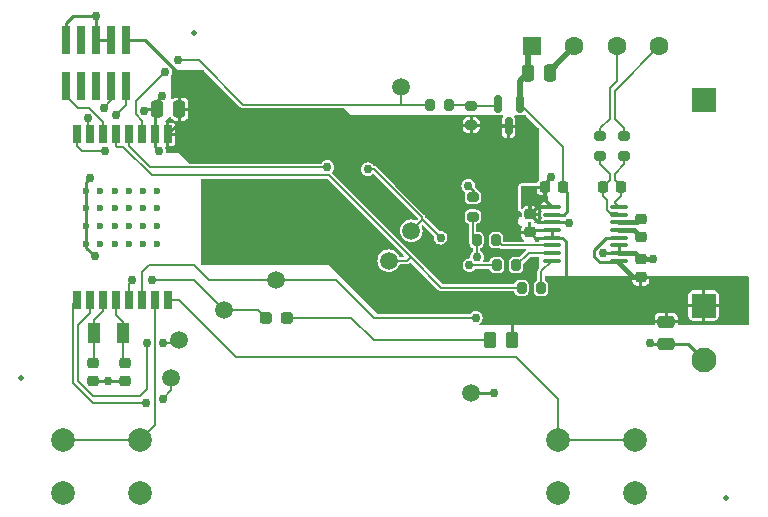
<source format=gtl>
%TF.GenerationSoftware,KiCad,Pcbnew,7.0.5+dfsg-2*%
%TF.CreationDate,2023-08-29T10:22:53-04:00*%
%TF.ProjectId,proto1_0,70726f74-6f31-45f3-902e-6b696361645f,rev?*%
%TF.SameCoordinates,Original*%
%TF.FileFunction,Copper,L1,Top*%
%TF.FilePolarity,Positive*%
%FSLAX46Y46*%
G04 Gerber Fmt 4.6, Leading zero omitted, Abs format (unit mm)*
G04 Created by KiCad (PCBNEW 7.0.5+dfsg-2) date 2023-08-29 10:22:53*
%MOMM*%
%LPD*%
G01*
G04 APERTURE LIST*
G04 Aperture macros list*
%AMRoundRect*
0 Rectangle with rounded corners*
0 $1 Rounding radius*
0 $2 $3 $4 $5 $6 $7 $8 $9 X,Y pos of 4 corners*
0 Add a 4 corners polygon primitive as box body*
4,1,4,$2,$3,$4,$5,$6,$7,$8,$9,$2,$3,0*
0 Add four circle primitives for the rounded corners*
1,1,$1+$1,$2,$3*
1,1,$1+$1,$4,$5*
1,1,$1+$1,$6,$7*
1,1,$1+$1,$8,$9*
0 Add four rect primitives between the rounded corners*
20,1,$1+$1,$2,$3,$4,$5,0*
20,1,$1+$1,$4,$5,$6,$7,0*
20,1,$1+$1,$6,$7,$8,$9,0*
20,1,$1+$1,$8,$9,$2,$3,0*%
G04 Aperture macros list end*
%TA.AperFunction,SMDPad,CuDef*%
%ADD10C,0.500000*%
%TD*%
%TA.AperFunction,SMDPad,CuDef*%
%ADD11R,1.000000X1.800000*%
%TD*%
%TA.AperFunction,SMDPad,CuDef*%
%ADD12C,0.599440*%
%TD*%
%TA.AperFunction,SMDPad,CuDef*%
%ADD13R,0.698500X1.498600*%
%TD*%
%TA.AperFunction,SMDPad,CuDef*%
%ADD14RoundRect,0.250000X0.250000X0.475000X-0.250000X0.475000X-0.250000X-0.475000X0.250000X-0.475000X0*%
%TD*%
%TA.AperFunction,SMDPad,CuDef*%
%ADD15C,1.500000*%
%TD*%
%TA.AperFunction,SMDPad,CuDef*%
%ADD16RoundRect,0.237500X-0.287500X-0.237500X0.287500X-0.237500X0.287500X0.237500X-0.287500X0.237500X0*%
%TD*%
%TA.AperFunction,SMDPad,CuDef*%
%ADD17R,0.740000X2.400000*%
%TD*%
%TA.AperFunction,SMDPad,CuDef*%
%ADD18RoundRect,0.150000X-0.150000X0.587500X-0.150000X-0.587500X0.150000X-0.587500X0.150000X0.587500X0*%
%TD*%
%TA.AperFunction,SMDPad,CuDef*%
%ADD19RoundRect,0.200000X0.200000X0.275000X-0.200000X0.275000X-0.200000X-0.275000X0.200000X-0.275000X0*%
%TD*%
%TA.AperFunction,SMDPad,CuDef*%
%ADD20RoundRect,0.225000X-0.225000X-0.250000X0.225000X-0.250000X0.225000X0.250000X-0.225000X0.250000X0*%
%TD*%
%TA.AperFunction,SMDPad,CuDef*%
%ADD21RoundRect,0.200000X0.275000X-0.200000X0.275000X0.200000X-0.275000X0.200000X-0.275000X-0.200000X0*%
%TD*%
%TA.AperFunction,SMDPad,CuDef*%
%ADD22RoundRect,0.200000X-0.200000X-0.275000X0.200000X-0.275000X0.200000X0.275000X-0.200000X0.275000X0*%
%TD*%
%TA.AperFunction,ComponentPad*%
%ADD23RoundRect,0.250001X-0.799999X0.799999X-0.799999X-0.799999X0.799999X-0.799999X0.799999X0.799999X0*%
%TD*%
%TA.AperFunction,ComponentPad*%
%ADD24C,2.100000*%
%TD*%
%TA.AperFunction,SMDPad,CuDef*%
%ADD25RoundRect,0.250000X0.262500X0.450000X-0.262500X0.450000X-0.262500X-0.450000X0.262500X-0.450000X0*%
%TD*%
%TA.AperFunction,SMDPad,CuDef*%
%ADD26RoundRect,0.100000X0.637500X0.100000X-0.637500X0.100000X-0.637500X-0.100000X0.637500X-0.100000X0*%
%TD*%
%TA.AperFunction,SMDPad,CuDef*%
%ADD27RoundRect,0.225000X0.250000X-0.225000X0.250000X0.225000X-0.250000X0.225000X-0.250000X-0.225000X0*%
%TD*%
%TA.AperFunction,SMDPad,CuDef*%
%ADD28RoundRect,0.225000X0.225000X0.250000X-0.225000X0.250000X-0.225000X-0.250000X0.225000X-0.250000X0*%
%TD*%
%TA.AperFunction,ComponentPad*%
%ADD29RoundRect,0.250001X-0.799999X-0.799999X0.799999X-0.799999X0.799999X0.799999X-0.799999X0.799999X0*%
%TD*%
%TA.AperFunction,SMDPad,CuDef*%
%ADD30RoundRect,0.225000X-0.250000X0.225000X-0.250000X-0.225000X0.250000X-0.225000X0.250000X0.225000X0*%
%TD*%
%TA.AperFunction,SMDPad,CuDef*%
%ADD31RoundRect,0.200000X-0.275000X0.200000X-0.275000X-0.200000X0.275000X-0.200000X0.275000X0.200000X0*%
%TD*%
%TA.AperFunction,SMDPad,CuDef*%
%ADD32RoundRect,0.250000X-0.475000X0.250000X-0.475000X-0.250000X0.475000X-0.250000X0.475000X0.250000X0*%
%TD*%
%TA.AperFunction,SMDPad,CuDef*%
%ADD33RoundRect,0.250000X-0.250000X-0.475000X0.250000X-0.475000X0.250000X0.475000X-0.250000X0.475000X0*%
%TD*%
%TA.AperFunction,ComponentPad*%
%ADD34RoundRect,0.250000X-0.550000X-0.550000X0.550000X-0.550000X0.550000X0.550000X-0.550000X0.550000X0*%
%TD*%
%TA.AperFunction,ComponentPad*%
%ADD35C,1.600000*%
%TD*%
%TA.AperFunction,ComponentPad*%
%ADD36C,2.000000*%
%TD*%
%TA.AperFunction,ViaPad*%
%ADD37C,0.762000*%
%TD*%
%TA.AperFunction,Conductor*%
%ADD38C,0.203200*%
%TD*%
%TA.AperFunction,Conductor*%
%ADD39C,0.254000*%
%TD*%
%TA.AperFunction,Conductor*%
%ADD40C,0.381000*%
%TD*%
%TA.AperFunction,Conductor*%
%ADD41C,0.508000*%
%TD*%
%TA.AperFunction,Conductor*%
%ADD42C,0.200000*%
%TD*%
G04 APERTURE END LIST*
D10*
%TO.P,FID3,*%
%TO.N,*%
X78740000Y-81915000D03*
%TD*%
%TO.P,FID2,*%
%TO.N,*%
X138430000Y-92075000D03*
%TD*%
%TO.P,FID1,*%
%TO.N,*%
X93345000Y-52705000D03*
%TD*%
D11*
%TO.P,Y1,1,1*%
%TO.N,Net-(U1-P0.00{slash}XL1)*%
X84876000Y-78105000D03*
%TO.P,Y1,2,2*%
%TO.N,Net-(U1-P0.01{slash}XL2)*%
X87376000Y-78105000D03*
%TD*%
D12*
%TO.P,U1,D5,P0.11*%
%TO.N,unconnected-(U1-P0.11-PadD5)*%
X90238580Y-66062860D03*
%TO.P,U1,D4,P0.14*%
%TO.N,unconnected-(U1-P0.14-PadD4)*%
X89039700Y-66062860D03*
%TO.P,U1,D3,P0.16*%
%TO.N,unconnected-(U1-P0.16-PadD3)*%
X87838280Y-66062860D03*
%TO.P,U1,D2,P0.19*%
%TO.N,unconnected-(U1-P0.19-PadD2)*%
X86639400Y-66062860D03*
%TO.P,U1,D1,P0.23*%
%TO.N,unconnected-(U1-P0.23-PadD1)*%
X85437980Y-66062860D03*
%TO.P,U1,D0,VSS2*%
%TO.N,GND*%
X84239100Y-66062860D03*
%TO.P,U1,C5,P0.12*%
%TO.N,unconnected-(U1-P0.12-PadC5)*%
X90238580Y-67561460D03*
%TO.P,U1,C4,P0.15*%
%TO.N,unconnected-(U1-P0.15-PadC4)*%
X89039700Y-67561460D03*
%TO.P,U1,C3,P0.17*%
%TO.N,unconnected-(U1-P0.17-PadC3)*%
X87838280Y-67561460D03*
%TO.P,U1,C2,P0.22*%
%TO.N,unconnected-(U1-P0.22-PadC2)*%
X86639400Y-67561460D03*
%TO.P,U1,C1,P0.24*%
%TO.N,unconnected-(U1-P0.24-PadC1)*%
X85437980Y-67561460D03*
%TO.P,U1,C0,VSS2*%
%TO.N,GND*%
X84239100Y-67561460D03*
%TO.P,U1,B5,P0.08*%
%TO.N,unconnected-(U1-P0.08-PadB5)*%
X90238580Y-69062600D03*
%TO.P,U1,B4,P0.06*%
%TO.N,unconnected-(U1-P0.06-PadB4)*%
X89039700Y-69062600D03*
%TO.P,U1,B3,P0.31*%
%TO.N,unconnected-(U1-P0.31-PadB3)*%
X87838280Y-69062600D03*
%TO.P,U1,B2,P0.30*%
%TO.N,unconnected-(U1-P0.30-PadB2)*%
X86639400Y-69062600D03*
%TO.P,U1,B1,P0.25*%
%TO.N,unconnected-(U1-P0.25-PadB1)*%
X85437980Y-69062600D03*
%TO.P,U1,B0,VSS2*%
%TO.N,GND*%
X84239100Y-69062600D03*
%TO.P,U1,A5,P0.07*%
%TO.N,unconnected-(U1-P0.07-PadA5)*%
X90238580Y-70561200D03*
%TO.P,U1,A4,P0.05*%
%TO.N,unconnected-(U1-P0.05-PadA4)*%
X89039700Y-70561200D03*
%TO.P,U1,A3,P0.04*%
%TO.N,unconnected-(U1-P0.04-PadA3)*%
X87838280Y-70561200D03*
%TO.P,U1,A2,P0.29*%
%TO.N,unconnected-(U1-P0.29-PadA2)*%
X86639400Y-70561200D03*
%TO.P,U1,A1,P0.28*%
%TO.N,unconnected-(U1-P0.28-PadA1)*%
X85437980Y-70561200D03*
%TO.P,U1,A0,VSS1*%
%TO.N,GND*%
X84239100Y-70561200D03*
D13*
%TO.P,U1,16,SWDIO*%
%TO.N,/SWDIO*%
X83439000Y-61313060D03*
%TO.P,U1,15,SWDCLK*%
%TO.N,/SWDCLK*%
X84538820Y-61313060D03*
%TO.P,U1,14,RESET*%
%TO.N,/RESET*%
X85638640Y-61313060D03*
%TO.P,U1,13,P0.20*%
%TO.N,/ADC_DATA*%
X86738460Y-61313060D03*
%TO.P,U1,12,P0.18*%
%TO.N,/ADC_CLK*%
X87838280Y-61313060D03*
%TO.P,U1,11,P0.13*%
%TO.N,/~{VDDA_ON}*%
X88938100Y-61313060D03*
%TO.P,U1,10,GND*%
%TO.N,GND*%
X90037920Y-61313060D03*
%TO.P,U1,9,VDD*%
%TO.N,VCC*%
X91137740Y-61313060D03*
%TO.P,U1,8,P0.10*%
%TO.N,/SW2*%
X91137740Y-75311000D03*
%TO.P,U1,7,P0.09*%
%TO.N,/SW1*%
X90037920Y-75311000D03*
%TO.P,U1,6,P0.03*%
%TO.N,/~{PWDN}*%
X88938100Y-75311000D03*
%TO.P,U1,5,P0.02*%
%TO.N,/DEBUG3*%
X87838280Y-75311000D03*
%TO.P,U1,4,P0.01/XL2*%
%TO.N,Net-(U1-P0.01{slash}XL2)*%
X86738460Y-75311000D03*
%TO.P,U1,3,P0.00/XL1*%
%TO.N,Net-(U1-P0.00{slash}XL1)*%
X85638640Y-75311000D03*
%TO.P,U1,2,P0.27*%
%TO.N,/DEBUG2*%
X84538820Y-75311000D03*
%TO.P,U1,1,P0.26*%
%TO.N,/DEBUG1*%
X83439000Y-75311000D03*
%TD*%
D14*
%TO.P,C10,1*%
%TO.N,VCC*%
X92136000Y-59182000D03*
%TO.P,C10,2*%
%TO.N,GND*%
X90236000Y-59182000D03*
%TD*%
D15*
%TO.P,TP7,1,1*%
%TO.N,/~{VDDA_ON}*%
X110871000Y-57277000D03*
%TD*%
D16*
%TO.P,D1,1,K*%
%TO.N,/DEBUG3*%
X99455000Y-76835000D03*
%TO.P,D1,2,A*%
%TO.N,Net-(D1-A)*%
X101205000Y-76835000D03*
%TD*%
D17*
%TO.P,J2,1,VTref*%
%TO.N,VCC*%
X87630000Y-53295000D03*
%TO.P,J2,2,SWDIO/TMS*%
%TO.N,/SWDIO*%
X87630000Y-57195000D03*
%TO.P,J2,3,GND*%
%TO.N,GND*%
X86360000Y-53295000D03*
%TO.P,J2,4,SWDCLK/TCK*%
%TO.N,/SWDCLK*%
X86360000Y-57195000D03*
%TO.P,J2,5,GND*%
%TO.N,GND*%
X85090000Y-53295000D03*
%TO.P,J2,6,SWO/TDO*%
%TO.N,unconnected-(J2-SWO{slash}TDO-Pad6)*%
X85090000Y-57195000D03*
%TO.P,J2,7,KEY*%
%TO.N,unconnected-(J2-KEY-Pad7)*%
X83820000Y-53295000D03*
%TO.P,J2,8,NC/TDI*%
%TO.N,unconnected-(J2-NC{slash}TDI-Pad8)*%
X83820000Y-57195000D03*
%TO.P,J2,9,GNDDetect*%
%TO.N,GND*%
X82550000Y-53295000D03*
%TO.P,J2,10,~{RESET}*%
%TO.N,/RESET*%
X82550000Y-57195000D03*
%TD*%
D18*
%TO.P,Q1,1,D*%
%TO.N,/E+*%
X120965000Y-58752500D03*
%TO.P,Q1,2,G*%
%TO.N,Net-(Q1-G)*%
X119065000Y-58752500D03*
%TO.P,Q1,3,S*%
%TO.N,VCC*%
X120015000Y-60627500D03*
%TD*%
D19*
%TO.P,R6,2*%
%TO.N,/ADC_CLK*%
X119000000Y-72390000D03*
%TO.P,R6,1*%
%TO.N,Net-(U2-SCLK)*%
X120650000Y-72390000D03*
%TD*%
D20*
%TO.P,C3,1*%
%TO.N,/A+*%
X128003000Y-65786000D03*
%TO.P,C3,2*%
%TO.N,/A-*%
X129553000Y-65786000D03*
%TD*%
D15*
%TO.P,TP2,1,1*%
%TO.N,/DEBUG2*%
X92075000Y-78740000D03*
%TD*%
D21*
%TO.P,R3,1*%
%TO.N,/~{PWDN}*%
X116967000Y-68262000D03*
%TO.P,R3,2*%
%TO.N,GND*%
X116967000Y-66612000D03*
%TD*%
D22*
%TO.P,R7,1*%
%TO.N,/~{VDDA_ON}*%
X113348000Y-58801000D03*
%TO.P,R7,2*%
%TO.N,Net-(Q1-G)*%
X114998000Y-58801000D03*
%TD*%
D21*
%TO.P,R9,1*%
%TO.N,VCC*%
X116840000Y-60515000D03*
%TO.P,R9,2*%
%TO.N,Net-(Q1-G)*%
X116840000Y-58865000D03*
%TD*%
D23*
%TO.P,BT1,1,+*%
%TO.N,VCC*%
X136525000Y-75805000D03*
D24*
%TO.P,BT1,2,-*%
%TO.N,GND*%
X136525000Y-80405000D03*
%TD*%
D25*
%TO.P,R8,1*%
%TO.N,VCC*%
X120292500Y-78740000D03*
%TO.P,R8,2*%
%TO.N,Net-(D1-A)*%
X118467500Y-78740000D03*
%TD*%
D26*
%TO.P,U2,1,DVDD*%
%TO.N,VCC*%
X129367500Y-71998000D03*
%TO.P,U2,2,DGND*%
%TO.N,GND*%
X129367500Y-71348000D03*
%TO.P,U2,3,CLKIN/XTAL1*%
X129367500Y-70698000D03*
%TO.P,U2,4,GAIN*%
%TO.N,VCC*%
X129367500Y-70048000D03*
%TO.P,U2,5,CAP*%
%TO.N,Net-(C6-Pad1)*%
X129367500Y-69398000D03*
%TO.P,U2,6,CAP*%
%TO.N,Net-(C6-Pad2)*%
X129367500Y-68748000D03*
%TO.P,U2,7,AINP*%
%TO.N,/A+*%
X129367500Y-68098000D03*
%TO.P,U2,8,AINN*%
%TO.N,/A-*%
X129367500Y-67448000D03*
%TO.P,U2,9,REFN*%
%TO.N,GND*%
X123642500Y-67448000D03*
%TO.P,U2,10,REFP*%
%TO.N,/E+*%
X123642500Y-68098000D03*
%TO.P,U2,11,AGND*%
%TO.N,GND*%
X123642500Y-68748000D03*
%TO.P,U2,12,AVDD*%
%TO.N,VCC*%
X123642500Y-69398000D03*
%TO.P,U2,13,SPEED*%
X123642500Y-70048000D03*
%TO.P,U2,14,~{PWDN}*%
%TO.N,Net-(U2-~{PWDN})*%
X123642500Y-70698000D03*
%TO.P,U2,15,SCLK*%
%TO.N,Net-(U2-SCLK)*%
X123642500Y-71348000D03*
%TO.P,U2,16,~{DRDY}/DOUT*%
%TO.N,Net-(U2-~{DRDY}{slash}DOUT)*%
X123642500Y-71998000D03*
%TD*%
D15*
%TO.P,TP6,1,1*%
%TO.N,/ADC_CLK*%
X111760000Y-69469000D03*
%TD*%
D27*
%TO.P,C5,1*%
%TO.N,VCC*%
X131191000Y-73419000D03*
%TO.P,C5,2*%
%TO.N,GND*%
X131191000Y-71869000D03*
%TD*%
%TO.P,C4,1*%
%TO.N,VCC*%
X121793000Y-69609000D03*
%TO.P,C4,2*%
%TO.N,GND*%
X121793000Y-68059000D03*
%TD*%
D15*
%TO.P,TP8,1,1*%
%TO.N,GND*%
X116840000Y-83185000D03*
%TD*%
D28*
%TO.P,C7,1*%
%TO.N,/E+*%
X124600000Y-65786000D03*
%TO.P,C7,2*%
%TO.N,GND*%
X123050000Y-65786000D03*
%TD*%
D19*
%TO.P,R4,2*%
%TO.N,/~{PWDN}*%
X117285000Y-70231000D03*
%TO.P,R4,1*%
%TO.N,Net-(U2-~{PWDN})*%
X118935000Y-70231000D03*
%TD*%
D29*
%TO.P,J3,1,Pin_1*%
%TO.N,GND*%
X136525000Y-58420000D03*
%TD*%
D30*
%TO.P,C1,1*%
%TO.N,Net-(U1-P0.00{slash}XL1)*%
X84836000Y-80645000D03*
%TO.P,C1,2*%
%TO.N,GND*%
X84836000Y-82195000D03*
%TD*%
%TO.P,C2,1*%
%TO.N,Net-(U1-P0.01{slash}XL2)*%
X87503000Y-80632000D03*
%TO.P,C2,2*%
%TO.N,GND*%
X87503000Y-82182000D03*
%TD*%
D15*
%TO.P,TP4,1,1*%
%TO.N,/~{PWDN}*%
X100330000Y-73660000D03*
%TD*%
D31*
%TO.P,R1,2*%
%TO.N,/A-*%
X129794000Y-63119000D03*
%TO.P,R1,1*%
%TO.N,/Aout-*%
X129794000Y-61469000D03*
%TD*%
D15*
%TO.P,TP3,1,1*%
%TO.N,/DEBUG3*%
X95885000Y-76200000D03*
%TD*%
D27*
%TO.P,C6,1*%
%TO.N,Net-(C6-Pad1)*%
X131191000Y-69990000D03*
%TO.P,C6,2*%
%TO.N,Net-(C6-Pad2)*%
X131191000Y-68440000D03*
%TD*%
D32*
%TO.P,C9,1*%
%TO.N,VCC*%
X133350000Y-77155000D03*
%TO.P,C9,2*%
%TO.N,GND*%
X133350000Y-79055000D03*
%TD*%
D31*
%TO.P,R2,1*%
%TO.N,/Aout+*%
X127762000Y-61469000D03*
%TO.P,R2,2*%
%TO.N,/A+*%
X127762000Y-63119000D03*
%TD*%
D15*
%TO.P,TP5,1,1*%
%TO.N,/ADC_DATA*%
X109855000Y-72009000D03*
%TD*%
D33*
%TO.P,C8,1*%
%TO.N,/E+*%
X121605000Y-56134000D03*
%TO.P,C8,2*%
%TO.N,GND*%
X123505000Y-56134000D03*
%TD*%
D15*
%TO.P,TP1,1,1*%
%TO.N,/DEBUG1*%
X91440000Y-81915000D03*
%TD*%
D19*
%TO.P,R5,1*%
%TO.N,Net-(U2-~{DRDY}{slash}DOUT)*%
X122745000Y-74295000D03*
%TO.P,R5,2*%
%TO.N,/ADC_DATA*%
X121095000Y-74295000D03*
%TD*%
D34*
%TO.P,J1,1,Pin_1*%
%TO.N,/E+*%
X121959000Y-53848000D03*
D35*
%TO.P,J1,2,Pin_2*%
%TO.N,GND*%
X125559000Y-53848000D03*
%TO.P,J1,3,Pin_3*%
%TO.N,/Aout+*%
X129159000Y-53848000D03*
%TO.P,J1,4,Pin_4*%
%TO.N,/Aout-*%
X132759000Y-53848000D03*
%TD*%
D36*
%TO.P,SW1,1,1*%
%TO.N,/SW1*%
X88771800Y-87158000D03*
X82271800Y-87158000D03*
%TO.P,SW1,2,2*%
%TO.N,GND*%
X88771800Y-91658000D03*
X82271800Y-91658000D03*
%TD*%
%TO.P,SW2,1,1*%
%TO.N,/SW2*%
X130707200Y-87158000D03*
X124207200Y-87158000D03*
%TO.P,SW2,2,2*%
%TO.N,GND*%
X130707200Y-91658000D03*
X124207200Y-91658000D03*
%TD*%
D37*
%TO.N,/ADC_CLK*%
X114236500Y-70040500D03*
X116691451Y-72390000D03*
%TO.N,GND*%
X131953000Y-78994000D03*
%TO.N,VCC*%
X101727000Y-65659000D03*
X100711000Y-65659000D03*
X98425000Y-65659000D03*
X98552000Y-63246000D03*
X101727000Y-63246000D03*
X100711000Y-63246000D03*
X99568000Y-63246000D03*
X99568000Y-65659000D03*
%TO.N,/ADC_CLK*%
X104648000Y-64084700D03*
X108077000Y-64262000D03*
%TO.N,/~{PWDN}*%
X117221000Y-76835000D03*
X117325951Y-71704700D03*
%TO.N,/~{VDDA_ON}*%
X92041962Y-55024038D03*
X90901538Y-56037462D03*
%TO.N,/DEBUG1*%
X89281000Y-84074000D03*
X90723220Y-83693000D03*
%TO.N,/DEBUG2*%
X89352620Y-78994000D03*
X90723220Y-78994000D03*
%TO.N,/DEBUG3*%
X89789000Y-73660000D03*
X88138000Y-73660000D03*
%TO.N,GND*%
X118745000Y-83185000D03*
X85090000Y-51308000D03*
X89154000Y-59309000D03*
X86106000Y-82169000D03*
%TO.N,/SWDIO*%
X85852000Y-62738000D03*
X86741000Y-59690000D03*
%TO.N,/SWDCLK*%
X84351419Y-59920581D03*
X85725000Y-59055000D03*
%TO.N,GND*%
X116586000Y-65659000D03*
X123571000Y-64897000D03*
X132207000Y-71869000D03*
X90678000Y-58039000D03*
X90424000Y-62738000D03*
X84963000Y-71628000D03*
X84582000Y-65024000D03*
X128016000Y-71374000D03*
X125095000Y-68834000D03*
X122047000Y-66802000D03*
%TD*%
D38*
%TO.N,/ADC_CLK*%
X114236500Y-70040500D02*
X112649000Y-68453000D01*
X116713000Y-72390000D02*
X116691451Y-72390000D01*
X112649000Y-68580000D02*
X112649000Y-68453000D01*
X112649000Y-68453000D02*
X112649000Y-68326000D01*
D39*
%TO.N,VCC*%
X123642500Y-70048000D02*
X122232000Y-70048000D01*
X122232000Y-70048000D02*
X121793000Y-69609000D01*
X124841000Y-70358000D02*
X124841000Y-73660000D01*
X123642500Y-70048000D02*
X124531000Y-70048000D01*
X124531000Y-70048000D02*
X124841000Y-70358000D01*
%TO.N,GND*%
X121793000Y-68059000D02*
X121793000Y-67056000D01*
%TO.N,VCC*%
X123642500Y-69398000D02*
X122004000Y-69398000D01*
X122004000Y-69398000D02*
X121793000Y-69609000D01*
%TO.N,GND*%
X123642500Y-68748000D02*
X122482000Y-68748000D01*
X121793000Y-67056000D02*
X122047000Y-66802000D01*
X122482000Y-68748000D02*
X121793000Y-68059000D01*
X122428000Y-67448000D02*
X122404000Y-67448000D01*
X122404000Y-67448000D02*
X121793000Y-68059000D01*
D40*
X132207000Y-71869000D02*
X131191000Y-71869000D01*
%TO.N,VCC*%
X129367500Y-72217500D02*
X130569000Y-73419000D01*
X130569000Y-73419000D02*
X131191000Y-73419000D01*
%TO.N,GND*%
X131191000Y-71869000D02*
X130670000Y-71348000D01*
X130670000Y-71348000D02*
X129367500Y-71348000D01*
%TO.N,Net-(C6-Pad1)*%
X130599000Y-69398000D02*
X129367500Y-69398000D01*
X131191000Y-69990000D02*
X130599000Y-69398000D01*
%TO.N,Net-(C6-Pad2)*%
X131191000Y-68440000D02*
X130883000Y-68748000D01*
X130883000Y-68748000D02*
X129367500Y-68748000D01*
D39*
%TO.N,GND*%
X123505000Y-56134000D02*
X123505000Y-55902000D01*
D41*
X123505000Y-55902000D02*
X125559000Y-53848000D01*
D39*
X133350000Y-79055000D02*
X135175000Y-79055000D01*
X135175000Y-79055000D02*
X136525000Y-80405000D01*
X132014000Y-79055000D02*
X131953000Y-78994000D01*
X133350000Y-79055000D02*
X132014000Y-79055000D01*
%TO.N,VCC*%
X120292500Y-77319500D02*
X120396000Y-77216000D01*
X120292500Y-78740000D02*
X120292500Y-77319500D01*
D38*
%TO.N,Net-(D1-A)*%
X108585000Y-78740000D02*
X106680000Y-76835000D01*
X118467500Y-78740000D02*
X108585000Y-78740000D01*
X106680000Y-76835000D02*
X101205000Y-76835000D01*
%TO.N,/ADC_CLK*%
X111760000Y-69469000D02*
X112649000Y-68580000D01*
X108648500Y-64325500D02*
X112649000Y-68326000D01*
%TO.N,/~{PWDN}*%
X117221000Y-76835000D02*
X108585000Y-76835000D01*
X108585000Y-76835000D02*
X105410000Y-73660000D01*
X105410000Y-73660000D02*
X100330000Y-73660000D01*
X89535000Y-72390000D02*
X93345000Y-72390000D01*
X88938100Y-75311000D02*
X88938100Y-72986900D01*
X88938100Y-72986900D02*
X89535000Y-72390000D01*
X93345000Y-72390000D02*
X94615000Y-73660000D01*
X94615000Y-73660000D02*
X100330000Y-73660000D01*
%TO.N,/~{VDDA_ON}*%
X97536000Y-58801000D02*
X110871000Y-58801000D01*
X110871000Y-58801000D02*
X113348000Y-58801000D01*
X110871000Y-57277000D02*
X110871000Y-58801000D01*
%TO.N,Net-(U1-P0.01{slash}XL2)*%
X87376000Y-78105000D02*
X87376000Y-77216000D01*
X87376000Y-77216000D02*
X86738460Y-76578460D01*
X86738460Y-76578460D02*
X86738460Y-75311000D01*
%TO.N,Net-(U1-P0.00{slash}XL1)*%
X84876000Y-78105000D02*
X84876000Y-77049000D01*
X84876000Y-77049000D02*
X85638640Y-76286360D01*
X85638640Y-76286360D02*
X85638640Y-75311000D01*
D39*
%TO.N,/E+*%
X124688000Y-68098000D02*
X123642500Y-68098000D01*
X124968000Y-66154000D02*
X124968000Y-67818000D01*
X124968000Y-67818000D02*
X124688000Y-68098000D01*
D38*
%TO.N,/ADC_CLK*%
X87838280Y-62265560D02*
X89049860Y-63477140D01*
X108585000Y-64262000D02*
X108648500Y-64325500D01*
X104648000Y-64084700D02*
X89657420Y-64084700D01*
X108585000Y-64262000D02*
X108077000Y-64262000D01*
X89657420Y-64084700D02*
X89049860Y-63477140D01*
%TO.N,/~{PWDN}*%
X116967000Y-68262000D02*
X116967000Y-69913000D01*
X116967000Y-69913000D02*
X117285000Y-70231000D01*
X117285000Y-70231000D02*
X117285000Y-71663749D01*
X117285000Y-71663749D02*
X117325951Y-71704700D01*
%TO.N,/~{VDDA_ON}*%
X88417400Y-58521600D02*
X90901538Y-56037462D01*
X88938100Y-61313060D02*
X88938100Y-60134810D01*
X88938100Y-60134810D02*
X88417400Y-59614110D01*
X88417400Y-59614110D02*
X88417400Y-58521600D01*
X92041962Y-55024038D02*
X93759038Y-55024038D01*
X93759038Y-55024038D02*
X97536000Y-58801000D01*
%TO.N,/DEBUG1*%
X83159600Y-82389428D02*
X83159600Y-75590400D01*
X91440000Y-81915000D02*
X91440000Y-82976220D01*
X91440000Y-82976220D02*
X90723220Y-83693000D01*
X84844172Y-84074000D02*
X83159600Y-82389428D01*
X89281000Y-84074000D02*
X84844172Y-84074000D01*
X83159600Y-75590400D02*
X83439000Y-75311000D01*
%TO.N,/DEBUG2*%
X89352620Y-82859380D02*
X89352620Y-78994000D01*
X84538820Y-76432580D02*
X83566000Y-77405400D01*
X88773000Y-83439000D02*
X89352620Y-82859380D01*
X83566000Y-77405400D02*
X83566000Y-81026000D01*
X84538820Y-75311000D02*
X84538820Y-76432580D01*
X83566000Y-81026000D02*
X83566000Y-82221092D01*
X83566000Y-82221092D02*
X84783908Y-83439000D01*
X84783908Y-83439000D02*
X88773000Y-83439000D01*
X90723220Y-78994000D02*
X91821000Y-78994000D01*
X91821000Y-78994000D02*
X92075000Y-78740000D01*
%TO.N,/DEBUG3*%
X95885000Y-76200000D02*
X98820000Y-76200000D01*
X98820000Y-76200000D02*
X99455000Y-76835000D01*
X87838280Y-75311000D02*
X87838280Y-73959720D01*
X93345000Y-73660000D02*
X95885000Y-76200000D01*
X87838280Y-73959720D02*
X88138000Y-73660000D01*
X89789000Y-73660000D02*
X93345000Y-73660000D01*
D39*
%TO.N,GND*%
X116840000Y-83185000D02*
X118745000Y-83185000D01*
%TO.N,VCC*%
X87630000Y-53295000D02*
X89236000Y-53295000D01*
X89236000Y-53295000D02*
X92136000Y-56195000D01*
X92136000Y-56195000D02*
X92136000Y-59182000D01*
%TO.N,GND*%
X85090000Y-51308000D02*
X83083000Y-51308000D01*
X83083000Y-51308000D02*
X82550000Y-51841000D01*
X82550000Y-51841000D02*
X82550000Y-53295000D01*
X85090000Y-53295000D02*
X85090000Y-51308000D01*
X85090000Y-53295000D02*
X86360000Y-53295000D01*
X89281000Y-59182000D02*
X89154000Y-59309000D01*
X90236000Y-59182000D02*
X89281000Y-59182000D01*
X86106000Y-82169000D02*
X87490000Y-82169000D01*
X87490000Y-82169000D02*
X87503000Y-82182000D01*
X86080000Y-82195000D02*
X86106000Y-82169000D01*
X84836000Y-82195000D02*
X86080000Y-82195000D01*
D38*
%TO.N,Net-(U1-P0.01{slash}XL2)*%
X87503000Y-80632000D02*
X87376000Y-80505000D01*
X87376000Y-80505000D02*
X87376000Y-78105000D01*
%TO.N,Net-(U1-P0.00{slash}XL1)*%
X84876000Y-78105000D02*
X84876000Y-80605000D01*
X84876000Y-80605000D02*
X84836000Y-80645000D01*
%TO.N,/SW2*%
X124207200Y-87158000D02*
X124207200Y-83694200D01*
X96901000Y-80137000D02*
X92075000Y-75311000D01*
X124207200Y-83694200D02*
X120650000Y-80137000D01*
X92075000Y-75311000D02*
X91137740Y-75311000D01*
X120650000Y-80137000D02*
X96901000Y-80137000D01*
%TO.N,/SW1*%
X88771800Y-87158000D02*
X90037920Y-85891880D01*
X90037920Y-85891880D02*
X90037920Y-75311000D01*
%TO.N,/SWDIO*%
X87630000Y-57195000D02*
X87630000Y-58801000D01*
X87630000Y-58801000D02*
X86741000Y-59690000D01*
X83911440Y-62738000D02*
X83439000Y-62265560D01*
X85852000Y-62738000D02*
X83911440Y-62738000D01*
X83439000Y-62265560D02*
X83439000Y-61313060D01*
%TO.N,/SWDCLK*%
X86360000Y-57195000D02*
X86360000Y-58420000D01*
X86360000Y-58420000D02*
X85725000Y-59055000D01*
X84351419Y-59920581D02*
X84351419Y-61125659D01*
X84351419Y-61125659D02*
X84538820Y-61313060D01*
%TO.N,/RESET*%
X83580000Y-59055000D02*
X84455000Y-59055000D01*
X82550000Y-58025000D02*
X83580000Y-59055000D01*
X82550000Y-57195000D02*
X82550000Y-58025000D01*
X84455000Y-59055000D02*
X85638640Y-60238640D01*
X85638640Y-60238640D02*
X85638640Y-61313060D01*
%TO.N,/ADC_DATA*%
X111696500Y-71691500D02*
X104775000Y-64770000D01*
X104775000Y-64770000D02*
X89767984Y-64770000D01*
X89767984Y-64770000D02*
X87376000Y-62378016D01*
X87376000Y-62378016D02*
X86850916Y-62378016D01*
X86850916Y-62378016D02*
X86738460Y-62265560D01*
X86738460Y-62265560D02*
X86738460Y-61313060D01*
X111696500Y-71691500D02*
X114300000Y-74295000D01*
X109855000Y-72009000D02*
X111379000Y-72009000D01*
X111379000Y-72009000D02*
X111696500Y-71691500D01*
X114300000Y-74295000D02*
X121095000Y-74295000D01*
%TO.N,/ADC_CLK*%
X87838280Y-61313060D02*
X87838280Y-62265560D01*
X116713000Y-72390000D02*
X119000000Y-72390000D01*
D39*
%TO.N,GND*%
X116967000Y-66040000D02*
X116586000Y-65659000D01*
X116967000Y-66612000D02*
X116967000Y-66040000D01*
X123050000Y-65418000D02*
X123571000Y-64897000D01*
X123050000Y-65786000D02*
X123050000Y-65418000D01*
%TO.N,VCC*%
X129367500Y-70048000D02*
X128264369Y-70048000D01*
X128264369Y-70048000D02*
X127254000Y-71058369D01*
X127254000Y-71689631D02*
X127700369Y-72136000D01*
X127254000Y-71058369D02*
X127254000Y-71689631D01*
X127700369Y-72136000D02*
X129229500Y-72136000D01*
X129229500Y-72136000D02*
X129367500Y-71998000D01*
D38*
%TO.N,Net-(Q1-G)*%
X114998000Y-58801000D02*
X116776000Y-58801000D01*
X116776000Y-58801000D02*
X116840000Y-58865000D01*
D39*
%TO.N,GND*%
X90236000Y-58481000D02*
X90678000Y-58039000D01*
X90236000Y-59182000D02*
X90236000Y-58481000D01*
X90037920Y-62351920D02*
X90424000Y-62738000D01*
X90037920Y-61313060D02*
X90037920Y-62351920D01*
%TO.N,VCC*%
X91137740Y-61313060D02*
X91137740Y-61262260D01*
X91137740Y-61262260D02*
X92136000Y-60264000D01*
X92136000Y-60264000D02*
X92136000Y-59182000D01*
%TO.N,GND*%
X90037920Y-61313060D02*
X90037920Y-59380080D01*
X90037920Y-59380080D02*
X90236000Y-59182000D01*
X84239100Y-70904100D02*
X84963000Y-71628000D01*
X84239100Y-70561200D02*
X84239100Y-70904100D01*
X84239100Y-65366900D02*
X84582000Y-65024000D01*
X84239100Y-66062860D02*
X84239100Y-65366900D01*
X84239100Y-66062860D02*
X84239100Y-67561460D01*
X84239100Y-67561460D02*
X84239100Y-69062600D01*
X84239100Y-70561200D02*
X84239100Y-69062600D01*
D38*
%TO.N,Net-(U2-~{DRDY}{slash}DOUT)*%
X122745000Y-74295000D02*
X122745000Y-72895500D01*
X122745000Y-72895500D02*
X123642500Y-71998000D01*
%TO.N,Net-(U2-SCLK)*%
X120650000Y-72390000D02*
X121692000Y-71348000D01*
X121692000Y-71348000D02*
X123642500Y-71348000D01*
%TO.N,Net-(U2-~{PWDN})*%
X118935000Y-70231000D02*
X119402000Y-70698000D01*
X119402000Y-70698000D02*
X123642500Y-70698000D01*
D39*
%TO.N,VCC*%
X116840000Y-60515000D02*
X119902500Y-60515000D01*
X119902500Y-60515000D02*
X120015000Y-60627500D01*
D38*
%TO.N,Net-(Q1-G)*%
X116840000Y-58865000D02*
X118952500Y-58865000D01*
X118952500Y-58865000D02*
X119065000Y-58752500D01*
%TO.N,/E+*%
X124600000Y-65786000D02*
X124600000Y-62387500D01*
X124600000Y-62387500D02*
X120965000Y-58752500D01*
D41*
X121605000Y-56134000D02*
X120965000Y-56774000D01*
X120965000Y-56774000D02*
X120965000Y-58752500D01*
X121605000Y-56134000D02*
X121605000Y-54202000D01*
D39*
X121605000Y-54202000D02*
X121959000Y-53848000D01*
%TO.N,GND*%
X129367500Y-70698000D02*
X129367500Y-71348000D01*
X128042000Y-71348000D02*
X128016000Y-71374000D01*
X129367500Y-71348000D02*
X128042000Y-71348000D01*
%TO.N,VCC*%
X129367500Y-71998000D02*
X129367500Y-72217500D01*
X123642500Y-69398000D02*
X123642500Y-70048000D01*
%TO.N,GND*%
X125009000Y-68748000D02*
X125095000Y-68834000D01*
X123642500Y-68748000D02*
X125009000Y-68748000D01*
D38*
%TO.N,/E+*%
X124600000Y-65786000D02*
X124968000Y-66154000D01*
D39*
%TO.N,GND*%
X122428000Y-67448000D02*
X122428000Y-67183000D01*
X122428000Y-67183000D02*
X122047000Y-66802000D01*
X123642500Y-67448000D02*
X122428000Y-67448000D01*
X123050000Y-65786000D02*
X123050000Y-66855500D01*
X123050000Y-66855500D02*
X123642500Y-67448000D01*
D42*
%TO.N,/Aout+*%
X127762000Y-61469000D02*
X127762000Y-60756499D01*
%TO.N,/Aout-*%
X129003000Y-59965499D02*
X129003000Y-57604000D01*
%TO.N,/Aout+*%
X127762000Y-60756499D02*
X128553000Y-59965499D01*
X128553000Y-59965499D02*
X128553000Y-57417603D01*
%TO.N,/Aout-*%
X129794000Y-60756499D02*
X129003000Y-59965499D01*
%TO.N,/Aout+*%
X128553000Y-57417603D02*
X129159000Y-56811603D01*
X129159000Y-56811603D02*
X129159000Y-53848000D01*
%TO.N,/Aout-*%
X129794000Y-61469000D02*
X129794000Y-60756499D01*
X129003000Y-57604000D02*
X132759000Y-53848000D01*
%TO.N,/A+*%
X128003000Y-65786000D02*
X128003000Y-65761000D01*
X128003000Y-65761000D02*
X128553000Y-65211000D01*
%TO.N,/A-*%
X129003000Y-64622501D02*
X129794000Y-63831501D01*
%TO.N,/A+*%
X128553000Y-65211000D02*
X128553000Y-64622501D01*
X128553000Y-64622501D02*
X127762000Y-63831501D01*
X127762000Y-63831501D02*
X127762000Y-63119000D01*
%TO.N,/A-*%
X129553000Y-65786000D02*
X129553000Y-65761000D01*
X129553000Y-65761000D02*
X129003000Y-65211000D01*
X129003000Y-65211000D02*
X129003000Y-64622501D01*
X129794000Y-63831501D02*
X129794000Y-63119000D01*
%TO.N,/A+*%
X129367500Y-68098000D02*
X129220700Y-67951200D01*
%TO.N,/A-*%
X129553000Y-66498501D02*
X129553000Y-65786000D01*
%TO.N,/A+*%
X129220700Y-67951200D02*
X128562989Y-67951200D01*
X128562989Y-67951200D02*
X128326800Y-67715011D01*
X128326800Y-67715011D02*
X128326800Y-66822301D01*
%TO.N,/A-*%
X129003000Y-67048501D02*
X129553000Y-66498501D01*
%TO.N,/A+*%
X128326800Y-66822301D02*
X128003000Y-66498501D01*
%TO.N,/A-*%
X129353897Y-67448000D02*
X129003000Y-67097103D01*
%TO.N,/A+*%
X128003000Y-66498501D02*
X128003000Y-65786000D01*
%TO.N,/A-*%
X129367500Y-67448000D02*
X129353897Y-67448000D01*
X129003000Y-67097103D02*
X129003000Y-67048501D01*
D38*
%TO.N,/SW1*%
X82271800Y-87158000D02*
X88771800Y-87158000D01*
%TO.N,/SW2*%
X124207200Y-87158000D02*
X130707200Y-87158000D01*
%TD*%
%TA.AperFunction,Conductor*%
%TO.N,VCC*%
G36*
X94200431Y-55897593D02*
G01*
X94205267Y-55902026D01*
X97276229Y-58972988D01*
X97283432Y-58982998D01*
X97283945Y-58982611D01*
X97288141Y-58988168D01*
X97324484Y-59021299D01*
X97325717Y-59022476D01*
X97340124Y-59036883D01*
X97340126Y-59036885D01*
X97343826Y-59039419D01*
X97347910Y-59042655D01*
X97372496Y-59065067D01*
X97372499Y-59065068D01*
X97384548Y-59069736D01*
X97399884Y-59077820D01*
X97410542Y-59085121D01*
X97410544Y-59085122D01*
X97410547Y-59085124D01*
X97442937Y-59092741D01*
X97447908Y-59094281D01*
X97478930Y-59106300D01*
X97491854Y-59106300D01*
X97509070Y-59108297D01*
X97511492Y-59108866D01*
X97521656Y-59111257D01*
X97547129Y-59107703D01*
X97554604Y-59106661D01*
X97559805Y-59106300D01*
X106065152Y-59106300D01*
X106113490Y-59123893D01*
X106118325Y-59128325D01*
X106680000Y-59690000D01*
X118850589Y-59690000D01*
X118861428Y-59690785D01*
X118881431Y-59693700D01*
X119248568Y-59693699D01*
X119268564Y-59690785D01*
X119279405Y-59690000D01*
X119467199Y-59690000D01*
X119515537Y-59707593D01*
X119541257Y-59752142D01*
X119534203Y-59799340D01*
X119475984Y-59913599D01*
X119461000Y-60008202D01*
X119461000Y-60500500D01*
X120568999Y-60500500D01*
X120568999Y-60008211D01*
X120568998Y-60008202D01*
X120554015Y-59913599D01*
X120495797Y-59799340D01*
X120489528Y-59748284D01*
X120517544Y-59705143D01*
X120562801Y-59690000D01*
X120750589Y-59690000D01*
X120761428Y-59690785D01*
X120781431Y-59693700D01*
X121148568Y-59693699D01*
X121168564Y-59690785D01*
X121179405Y-59690000D01*
X121439593Y-59690000D01*
X121487931Y-59707593D01*
X121492767Y-59712026D01*
X122532974Y-60752233D01*
X122554714Y-60798853D01*
X122555000Y-60805407D01*
X122555000Y-65164494D01*
X122537407Y-65212832D01*
X122524458Y-65224998D01*
X122518441Y-65229438D01*
X122509179Y-65241988D01*
X122456022Y-65314013D01*
X122441697Y-65333422D01*
X122441696Y-65333423D01*
X122418424Y-65399936D01*
X122385854Y-65439751D01*
X122347444Y-65450300D01*
X121101648Y-65450300D01*
X121097882Y-65450464D01*
X121092558Y-65450696D01*
X121074961Y-65452235D01*
X121074960Y-65452235D01*
X121074959Y-65452236D01*
X121020334Y-65469458D01*
X120988790Y-65479403D01*
X120944243Y-65505122D01*
X120902870Y-65536460D01*
X120852476Y-65614488D01*
X120834884Y-65662822D01*
X120823023Y-65730097D01*
X120822300Y-65734200D01*
X120822300Y-66121700D01*
X120822300Y-67578110D01*
X120825599Y-67610078D01*
X120826699Y-67620737D01*
X120832976Y-67650818D01*
X120838627Y-67672176D01*
X120886063Y-67752023D01*
X120886065Y-67752026D01*
X120921520Y-67789296D01*
X120961194Y-67821752D01*
X120961696Y-67822163D01*
X121049364Y-67852839D01*
X121053479Y-67853778D01*
X121053107Y-67855407D01*
X121093583Y-67875526D01*
X121114154Y-67922673D01*
X121114300Y-67927358D01*
X121114299Y-68190877D01*
X121096705Y-68239215D01*
X121061265Y-68262736D01*
X120988793Y-68285091D01*
X120988789Y-68285092D01*
X120944243Y-68310811D01*
X120902870Y-68342149D01*
X120852476Y-68420177D01*
X120834884Y-68468511D01*
X120824202Y-68529099D01*
X120822300Y-68539889D01*
X120822300Y-68763352D01*
X120822478Y-68767431D01*
X120822696Y-68772441D01*
X120824235Y-68790038D01*
X120824236Y-68790041D01*
X120851402Y-68876207D01*
X120877122Y-68920756D01*
X120908462Y-68962131D01*
X120986485Y-69012522D01*
X120986488Y-69012523D01*
X121034822Y-69030115D01*
X121048320Y-69032494D01*
X121068769Y-69036100D01*
X121113317Y-69061819D01*
X121130912Y-69110156D01*
X121118896Y-69146293D01*
X121120846Y-69147358D01*
X121118269Y-69152077D01*
X121070133Y-69281132D01*
X121070132Y-69281135D01*
X121064000Y-69338176D01*
X121064000Y-69482000D01*
X121666000Y-69482000D01*
X121666000Y-68902873D01*
X121646117Y-68860236D01*
X121650458Y-68831443D01*
X121650154Y-68831378D01*
X121651205Y-68826489D01*
X121651380Y-68825331D01*
X121651537Y-68824947D01*
X121651537Y-68824943D01*
X121651538Y-68824941D01*
X121653029Y-68785089D01*
X121672417Y-68737443D01*
X121717895Y-68713406D01*
X121728176Y-68712700D01*
X121852777Y-68712700D01*
X121901115Y-68730293D01*
X121926835Y-68774842D01*
X121927214Y-68780926D01*
X121927274Y-68780919D01*
X121928093Y-68787451D01*
X121928093Y-68787453D01*
X121940539Y-68827804D01*
X121937976Y-68879179D01*
X121921857Y-68903142D01*
X121920000Y-68904999D01*
X121920000Y-69660800D01*
X121902407Y-69709138D01*
X121857858Y-69734858D01*
X121844800Y-69736000D01*
X121064000Y-69736000D01*
X121064000Y-69879823D01*
X121070132Y-69936864D01*
X121070133Y-69936867D01*
X121118269Y-70065922D01*
X121118270Y-70065924D01*
X121200813Y-70176186D01*
X121309165Y-70257300D01*
X121337318Y-70300352D01*
X121331210Y-70351428D01*
X121293701Y-70386629D01*
X121264099Y-70392700D01*
X119613900Y-70392700D01*
X119565562Y-70375107D01*
X119539842Y-70330558D01*
X119538700Y-70317500D01*
X119538700Y-69924234D01*
X119538700Y-69924230D01*
X119523727Y-69829695D01*
X119465671Y-69715753D01*
X119375247Y-69625329D01*
X119261305Y-69567273D01*
X119261307Y-69567273D01*
X119166772Y-69552300D01*
X119166770Y-69552300D01*
X118703230Y-69552300D01*
X118703227Y-69552300D01*
X118608693Y-69567273D01*
X118494752Y-69625329D01*
X118404329Y-69715752D01*
X118346273Y-69829693D01*
X118331300Y-69924227D01*
X118331300Y-70537772D01*
X118346273Y-70632306D01*
X118350695Y-70640984D01*
X118404329Y-70746247D01*
X118494753Y-70836671D01*
X118608693Y-70894726D01*
X118608695Y-70894727D01*
X118703230Y-70909700D01*
X118703234Y-70909700D01*
X119150793Y-70909700D01*
X119199131Y-70927293D01*
X119203967Y-70931726D01*
X119206126Y-70933885D01*
X119209826Y-70936419D01*
X119213910Y-70939655D01*
X119238496Y-70962067D01*
X119238499Y-70962068D01*
X119250548Y-70966736D01*
X119265884Y-70974820D01*
X119276542Y-70982121D01*
X119276545Y-70982123D01*
X119276547Y-70982124D01*
X119308937Y-70989741D01*
X119313903Y-70991279D01*
X119344930Y-71003300D01*
X119357855Y-71003300D01*
X119375071Y-71005297D01*
X119377493Y-71005866D01*
X119387657Y-71008257D01*
X119416186Y-71004277D01*
X119420606Y-71003661D01*
X119425807Y-71003300D01*
X121418711Y-71003300D01*
X121467049Y-71020893D01*
X121492769Y-71065442D01*
X121483836Y-71116100D01*
X121478722Y-71123816D01*
X121471441Y-71133458D01*
X121462710Y-71145019D01*
X121459288Y-71148950D01*
X120918965Y-71689274D01*
X120872346Y-71711014D01*
X120865792Y-71711300D01*
X120418227Y-71711300D01*
X120323693Y-71726273D01*
X120209752Y-71784329D01*
X120119329Y-71874752D01*
X120061273Y-71988693D01*
X120048854Y-72067107D01*
X120046300Y-72083230D01*
X120046300Y-72696770D01*
X120047985Y-72707409D01*
X120061273Y-72791306D01*
X120117030Y-72900734D01*
X120119329Y-72905247D01*
X120209753Y-72995671D01*
X120323693Y-73053726D01*
X120323695Y-73053727D01*
X120418230Y-73068700D01*
X120418234Y-73068700D01*
X120881766Y-73068700D01*
X120881770Y-73068700D01*
X120976305Y-73053727D01*
X121090247Y-72995671D01*
X121180671Y-72905247D01*
X121238727Y-72791305D01*
X121253700Y-72696770D01*
X121253700Y-72249206D01*
X121271293Y-72200868D01*
X121275726Y-72196032D01*
X121796433Y-71675326D01*
X121843053Y-71653586D01*
X121849607Y-71653300D01*
X122479800Y-71653300D01*
X122528138Y-71670893D01*
X122553858Y-71715442D01*
X122555000Y-71728500D01*
X122555000Y-72621615D01*
X122537407Y-72669953D01*
X122535371Y-72672279D01*
X122524720Y-72683962D01*
X122523523Y-72685215D01*
X122509121Y-72699618D01*
X122509115Y-72699625D01*
X122506575Y-72703333D01*
X122503345Y-72707409D01*
X122480932Y-72731995D01*
X122476260Y-72744055D01*
X122468183Y-72759378D01*
X122460877Y-72770044D01*
X122460875Y-72770049D01*
X122453260Y-72802428D01*
X122451718Y-72807407D01*
X122439700Y-72838431D01*
X122439700Y-72851354D01*
X122437703Y-72868570D01*
X122434743Y-72881155D01*
X122434743Y-72881156D01*
X122439339Y-72914101D01*
X122439700Y-72919303D01*
X122439700Y-73574487D01*
X122422107Y-73622825D01*
X122398640Y-73641491D01*
X122304752Y-73689329D01*
X122214329Y-73779752D01*
X122156273Y-73893693D01*
X122141300Y-73988227D01*
X122141300Y-74601772D01*
X122156273Y-74696306D01*
X122189222Y-74760971D01*
X122214329Y-74810247D01*
X122304753Y-74900671D01*
X122418693Y-74958726D01*
X122418695Y-74958727D01*
X122513230Y-74973700D01*
X122513234Y-74973700D01*
X122976766Y-74973700D01*
X122976770Y-74973700D01*
X123071305Y-74958727D01*
X123185247Y-74900671D01*
X123275671Y-74810247D01*
X123333727Y-74696305D01*
X123348700Y-74601770D01*
X123348700Y-73988230D01*
X123333727Y-73893695D01*
X123275671Y-73779753D01*
X123185247Y-73689329D01*
X123185246Y-73689328D01*
X123091360Y-73641491D01*
X123056278Y-73603870D01*
X123050300Y-73574487D01*
X123050300Y-73546000D01*
X130462000Y-73546000D01*
X130462000Y-73689823D01*
X130468132Y-73746864D01*
X130468133Y-73746867D01*
X130516269Y-73875922D01*
X130516270Y-73875924D01*
X130598813Y-73986186D01*
X130709075Y-74068729D01*
X130709077Y-74068730D01*
X130838132Y-74116866D01*
X130838135Y-74116867D01*
X130895176Y-74122999D01*
X130895188Y-74123000D01*
X131064000Y-74123000D01*
X131064000Y-73546000D01*
X131318000Y-73546000D01*
X131318000Y-74123000D01*
X131486812Y-74123000D01*
X131486823Y-74122999D01*
X131543864Y-74116867D01*
X131543867Y-74116866D01*
X131672922Y-74068730D01*
X131672924Y-74068729D01*
X131783186Y-73986186D01*
X131865729Y-73875924D01*
X131865730Y-73875922D01*
X131913866Y-73746867D01*
X131913867Y-73746864D01*
X131919999Y-73689823D01*
X131920000Y-73689812D01*
X131920000Y-73546000D01*
X131318000Y-73546000D01*
X131064000Y-73546000D01*
X130462000Y-73546000D01*
X123050300Y-73546000D01*
X123050300Y-73354200D01*
X123067893Y-73305862D01*
X123112442Y-73280142D01*
X123125500Y-73279000D01*
X130417851Y-73279000D01*
X130453569Y-73292000D01*
X131930331Y-73292000D01*
X131957595Y-73279286D01*
X131964149Y-73279000D01*
X139065000Y-73279000D01*
X140259800Y-73279000D01*
X140308138Y-73296593D01*
X140333858Y-73341142D01*
X140335000Y-73354200D01*
X140335000Y-77394800D01*
X140317407Y-77443138D01*
X140272858Y-77468858D01*
X140259800Y-77470000D01*
X134404200Y-77470000D01*
X134355862Y-77452407D01*
X134330142Y-77407858D01*
X134329000Y-77394800D01*
X134329000Y-77282000D01*
X132371001Y-77282000D01*
X132371001Y-77394800D01*
X132353408Y-77443138D01*
X132308859Y-77468858D01*
X132295801Y-77470000D01*
X117575458Y-77470000D01*
X117527120Y-77452407D01*
X117501400Y-77407858D01*
X117510333Y-77357200D01*
X117529679Y-77335140D01*
X117638013Y-77252013D01*
X117638012Y-77252013D01*
X117731734Y-77129873D01*
X117773931Y-77028000D01*
X132371000Y-77028000D01*
X133223000Y-77028000D01*
X133223000Y-76401000D01*
X133477000Y-76401000D01*
X133477000Y-77028000D01*
X134328999Y-77028000D01*
X134328999Y-76856799D01*
X134328998Y-76856784D01*
X134322546Y-76796763D01*
X134322545Y-76796758D01*
X134271901Y-76660979D01*
X134271897Y-76660972D01*
X134266089Y-76653213D01*
X135221000Y-76653213D01*
X135227452Y-76713232D01*
X135227455Y-76713242D01*
X135278098Y-76849020D01*
X135278103Y-76849028D01*
X135364954Y-76965045D01*
X135480971Y-77051896D01*
X135480979Y-77051901D01*
X135616757Y-77102544D01*
X135616767Y-77102547D01*
X135676786Y-77108999D01*
X135676798Y-77109000D01*
X136398000Y-77109000D01*
X136398000Y-76340597D01*
X136449404Y-76355000D01*
X136562622Y-76355000D01*
X136652000Y-76342715D01*
X136652000Y-77109000D01*
X137373202Y-77109000D01*
X137373213Y-77108999D01*
X137433232Y-77102547D01*
X137433242Y-77102544D01*
X137569020Y-77051901D01*
X137569028Y-77051896D01*
X137685045Y-76965045D01*
X137771896Y-76849028D01*
X137771901Y-76849020D01*
X137822544Y-76713242D01*
X137822547Y-76713232D01*
X137828999Y-76653213D01*
X137829000Y-76653202D01*
X137829000Y-75932000D01*
X137063567Y-75932000D01*
X137068559Y-75917953D01*
X137078877Y-75767114D01*
X137060359Y-75678000D01*
X137829000Y-75678000D01*
X137829000Y-74956797D01*
X137828999Y-74956786D01*
X137822547Y-74896767D01*
X137822544Y-74896757D01*
X137771901Y-74760979D01*
X137771896Y-74760971D01*
X137685045Y-74644954D01*
X137569028Y-74558103D01*
X137569020Y-74558098D01*
X137433242Y-74507455D01*
X137433232Y-74507452D01*
X137373213Y-74501000D01*
X136652000Y-74501000D01*
X136652000Y-75269402D01*
X136600596Y-75255000D01*
X136487378Y-75255000D01*
X136398000Y-75267284D01*
X136398000Y-74501000D01*
X135676786Y-74501000D01*
X135616767Y-74507452D01*
X135616757Y-74507455D01*
X135480979Y-74558098D01*
X135480971Y-74558103D01*
X135364954Y-74644954D01*
X135278103Y-74760971D01*
X135278098Y-74760979D01*
X135227455Y-74896757D01*
X135227452Y-74896767D01*
X135221000Y-74956786D01*
X135221000Y-75678000D01*
X135986433Y-75678000D01*
X135981441Y-75692047D01*
X135971123Y-75842886D01*
X135989641Y-75932000D01*
X135221000Y-75932000D01*
X135221000Y-76653213D01*
X134266089Y-76653213D01*
X134185047Y-76544952D01*
X134069027Y-76458102D01*
X134069020Y-76458098D01*
X133933243Y-76407455D01*
X133933233Y-76407452D01*
X133873214Y-76401000D01*
X133477000Y-76401000D01*
X133223000Y-76401000D01*
X132826799Y-76401000D01*
X132826784Y-76401001D01*
X132766763Y-76407453D01*
X132766758Y-76407454D01*
X132630979Y-76458098D01*
X132630972Y-76458102D01*
X132514952Y-76544952D01*
X132428102Y-76660972D01*
X132428098Y-76660979D01*
X132377455Y-76796756D01*
X132377452Y-76796766D01*
X132371000Y-76856785D01*
X132371000Y-77028000D01*
X117773931Y-77028000D01*
X117790650Y-76987637D01*
X117810745Y-76835000D01*
X117790650Y-76682363D01*
X117731734Y-76540128D01*
X117731732Y-76540126D01*
X117731730Y-76540121D01*
X117638014Y-76417988D01*
X117624285Y-76407453D01*
X117515873Y-76324266D01*
X117515871Y-76324265D01*
X117373638Y-76265350D01*
X117221000Y-76245255D01*
X117068361Y-76265350D01*
X116926129Y-76324265D01*
X116926121Y-76324269D01*
X116803988Y-76417984D01*
X116740844Y-76500278D01*
X116697460Y-76527917D01*
X116681183Y-76529700D01*
X108945848Y-76529700D01*
X108897510Y-76512107D01*
X108892674Y-76507674D01*
X104775000Y-72390000D01*
X94055200Y-72390000D01*
X94006862Y-72372407D01*
X93981142Y-72327858D01*
X93980000Y-72314800D01*
X93980000Y-65150500D01*
X93997593Y-65102162D01*
X94042142Y-65076442D01*
X94055200Y-65075300D01*
X104617393Y-65075300D01*
X104665731Y-65092893D01*
X104670567Y-65097326D01*
X111148567Y-71575326D01*
X111170307Y-71621946D01*
X111156993Y-71671633D01*
X111114856Y-71701138D01*
X111095393Y-71703700D01*
X110814775Y-71703700D01*
X110766437Y-71686107D01*
X110742814Y-71650332D01*
X110742605Y-71649646D01*
X110740368Y-71642269D01*
X110651810Y-71476589D01*
X110651806Y-71476584D01*
X110651804Y-71476581D01*
X110532631Y-71331368D01*
X110387418Y-71212195D01*
X110387413Y-71212191D01*
X110387411Y-71212190D01*
X110387408Y-71212188D01*
X110387406Y-71212187D01*
X110221736Y-71123634D01*
X110221724Y-71123629D01*
X110041956Y-71069098D01*
X109875424Y-71052696D01*
X109855000Y-71050685D01*
X109854999Y-71050685D01*
X109668043Y-71069098D01*
X109488275Y-71123629D01*
X109488263Y-71123634D01*
X109322593Y-71212187D01*
X109322581Y-71212195D01*
X109177368Y-71331368D01*
X109058195Y-71476581D01*
X109058187Y-71476593D01*
X108969634Y-71642263D01*
X108969629Y-71642275D01*
X108915098Y-71822043D01*
X108896685Y-72008999D01*
X108915098Y-72195956D01*
X108969629Y-72375724D01*
X108969634Y-72375736D01*
X109058187Y-72541406D01*
X109058195Y-72541418D01*
X109177368Y-72686631D01*
X109322581Y-72805804D01*
X109322584Y-72805806D01*
X109322589Y-72805810D01*
X109488269Y-72894368D01*
X109488273Y-72894369D01*
X109488275Y-72894370D01*
X109553321Y-72914101D01*
X109668042Y-72948901D01*
X109855000Y-72967315D01*
X110041958Y-72948901D01*
X110221731Y-72894368D01*
X110387411Y-72805810D01*
X110532631Y-72686631D01*
X110651810Y-72541411D01*
X110740368Y-72375731D01*
X110742813Y-72367668D01*
X110773683Y-72326520D01*
X110814775Y-72314300D01*
X111316931Y-72314300D01*
X111329102Y-72316284D01*
X111329191Y-72315648D01*
X111336086Y-72316610D01*
X111336089Y-72316609D01*
X111336090Y-72316610D01*
X111368330Y-72315119D01*
X111385186Y-72314340D01*
X111386923Y-72314300D01*
X111407286Y-72314300D01*
X111407289Y-72314300D01*
X111411696Y-72313475D01*
X111416876Y-72312875D01*
X111428389Y-72312342D01*
X111450109Y-72311338D01*
X111461930Y-72306117D01*
X111478489Y-72300990D01*
X111491197Y-72298615D01*
X111519486Y-72281097D01*
X111524091Y-72278671D01*
X111531967Y-72275193D01*
X111554525Y-72265234D01*
X111563668Y-72256089D01*
X111577248Y-72245333D01*
X111588242Y-72238527D01*
X111608292Y-72211975D01*
X111611704Y-72208053D01*
X111643326Y-72176431D01*
X111689947Y-72154693D01*
X111739634Y-72168007D01*
X111749674Y-72176433D01*
X114040229Y-74466988D01*
X114047432Y-74476998D01*
X114047945Y-74476611D01*
X114052141Y-74482168D01*
X114088484Y-74515299D01*
X114089717Y-74516476D01*
X114104124Y-74530883D01*
X114104126Y-74530885D01*
X114107826Y-74533419D01*
X114111910Y-74536655D01*
X114136496Y-74559067D01*
X114136499Y-74559068D01*
X114148548Y-74563736D01*
X114163884Y-74571820D01*
X114174542Y-74579121D01*
X114174544Y-74579122D01*
X114174547Y-74579124D01*
X114206937Y-74586741D01*
X114211908Y-74588281D01*
X114242930Y-74600300D01*
X114255854Y-74600300D01*
X114273070Y-74602297D01*
X114275492Y-74602866D01*
X114285656Y-74605257D01*
X114311129Y-74601703D01*
X114318604Y-74600661D01*
X114323805Y-74600300D01*
X120426841Y-74600300D01*
X120475179Y-74617893D01*
X120500899Y-74662442D01*
X120501115Y-74663736D01*
X120506273Y-74696306D01*
X120539222Y-74760971D01*
X120564329Y-74810247D01*
X120654753Y-74900671D01*
X120768693Y-74958726D01*
X120768695Y-74958727D01*
X120863230Y-74973700D01*
X120863234Y-74973700D01*
X121326766Y-74973700D01*
X121326770Y-74973700D01*
X121421305Y-74958727D01*
X121535247Y-74900671D01*
X121625671Y-74810247D01*
X121683727Y-74696305D01*
X121698700Y-74601770D01*
X121698700Y-73988230D01*
X121683727Y-73893695D01*
X121625671Y-73779753D01*
X121535247Y-73689329D01*
X121421305Y-73631273D01*
X121421307Y-73631273D01*
X121326772Y-73616300D01*
X121326770Y-73616300D01*
X120863230Y-73616300D01*
X120863227Y-73616300D01*
X120768693Y-73631273D01*
X120654752Y-73689329D01*
X120564329Y-73779752D01*
X120506273Y-73893693D01*
X120501115Y-73926264D01*
X120476177Y-73971254D01*
X120428154Y-73989689D01*
X120426841Y-73989700D01*
X114457607Y-73989700D01*
X114409269Y-73972107D01*
X114404433Y-73967674D01*
X112826759Y-72390000D01*
X116101706Y-72390000D01*
X116103096Y-72400560D01*
X116121801Y-72542638D01*
X116180716Y-72684871D01*
X116180717Y-72684873D01*
X116198009Y-72707409D01*
X116274437Y-72807013D01*
X116343596Y-72860080D01*
X116396578Y-72900734D01*
X116538814Y-72959650D01*
X116691451Y-72979745D01*
X116844088Y-72959650D01*
X116986324Y-72900734D01*
X117108464Y-72807013D01*
X117133311Y-72774632D01*
X117171609Y-72724721D01*
X117214993Y-72697083D01*
X117231269Y-72695300D01*
X118331841Y-72695300D01*
X118380179Y-72712893D01*
X118405899Y-72757442D01*
X118406105Y-72758681D01*
X118408632Y-72774632D01*
X118411273Y-72791306D01*
X118467030Y-72900734D01*
X118469329Y-72905247D01*
X118559753Y-72995671D01*
X118673693Y-73053726D01*
X118673695Y-73053727D01*
X118768230Y-73068700D01*
X118768234Y-73068700D01*
X119231766Y-73068700D01*
X119231770Y-73068700D01*
X119326305Y-73053727D01*
X119440247Y-72995671D01*
X119530671Y-72905247D01*
X119588727Y-72791305D01*
X119603700Y-72696770D01*
X119603700Y-72083230D01*
X119588727Y-71988695D01*
X119530671Y-71874753D01*
X119440247Y-71784329D01*
X119326305Y-71726273D01*
X119326307Y-71726273D01*
X119231772Y-71711300D01*
X119231770Y-71711300D01*
X118768230Y-71711300D01*
X118768227Y-71711300D01*
X118673693Y-71726273D01*
X118559752Y-71784329D01*
X118469329Y-71874752D01*
X118411273Y-71988693D01*
X118406115Y-72021264D01*
X118381177Y-72066254D01*
X118333154Y-72084689D01*
X118331841Y-72084700D01*
X117913969Y-72084700D01*
X117865631Y-72067107D01*
X117839911Y-72022558D01*
X117844493Y-71980722D01*
X117847697Y-71972987D01*
X117895601Y-71857337D01*
X117915696Y-71704700D01*
X117895601Y-71552063D01*
X117836685Y-71409828D01*
X117836683Y-71409826D01*
X117836681Y-71409821D01*
X117742965Y-71287688D01*
X117619721Y-71193118D01*
X117592082Y-71149734D01*
X117590300Y-71133458D01*
X117590300Y-70951512D01*
X117607893Y-70903174D01*
X117631358Y-70884509D01*
X117725247Y-70836671D01*
X117815671Y-70746247D01*
X117873727Y-70632305D01*
X117888700Y-70537770D01*
X117888700Y-69924230D01*
X117873727Y-69829695D01*
X117815671Y-69715753D01*
X117725247Y-69625329D01*
X117611305Y-69567273D01*
X117611307Y-69567273D01*
X117516772Y-69552300D01*
X117516770Y-69552300D01*
X117347500Y-69552300D01*
X117299162Y-69534707D01*
X117273442Y-69490158D01*
X117272300Y-69477100D01*
X117272300Y-68930159D01*
X117289893Y-68881821D01*
X117334442Y-68856101D01*
X117335681Y-68855894D01*
X117368305Y-68850727D01*
X117482247Y-68792671D01*
X117572671Y-68702247D01*
X117630727Y-68588305D01*
X117645700Y-68493770D01*
X117645700Y-68030230D01*
X117630727Y-67935695D01*
X117572671Y-67821753D01*
X117482247Y-67731329D01*
X117368305Y-67673273D01*
X117368307Y-67673273D01*
X117273772Y-67658300D01*
X117273770Y-67658300D01*
X116660230Y-67658300D01*
X116660227Y-67658300D01*
X116565693Y-67673273D01*
X116451752Y-67731329D01*
X116361329Y-67821752D01*
X116303273Y-67935693D01*
X116288300Y-68030227D01*
X116288300Y-68493772D01*
X116303273Y-68588306D01*
X116346013Y-68672187D01*
X116361329Y-68702247D01*
X116451753Y-68792671D01*
X116565693Y-68850726D01*
X116565695Y-68850727D01*
X116598265Y-68855885D01*
X116643254Y-68880823D01*
X116661689Y-68928846D01*
X116661700Y-68930159D01*
X116661700Y-69850930D01*
X116659715Y-69863100D01*
X116660352Y-69863189D01*
X116659389Y-69870087D01*
X116661660Y-69919185D01*
X116661700Y-69920922D01*
X116661700Y-69941289D01*
X116661700Y-69941291D01*
X116661699Y-69941291D01*
X116662524Y-69945707D01*
X116663123Y-69950874D01*
X116664661Y-69984107D01*
X116664662Y-69984111D01*
X116669883Y-69995936D01*
X116675008Y-70012487D01*
X116678665Y-70032047D01*
X116678084Y-70032155D01*
X116681299Y-70049361D01*
X116681299Y-70537765D01*
X116681300Y-70537772D01*
X116696273Y-70632306D01*
X116700695Y-70640984D01*
X116754329Y-70746247D01*
X116844753Y-70836671D01*
X116938640Y-70884509D01*
X116973722Y-70922129D01*
X116979700Y-70951512D01*
X116979700Y-71196305D01*
X116962107Y-71244643D01*
X116950279Y-71255965D01*
X116908936Y-71287688D01*
X116815220Y-71409821D01*
X116815216Y-71409829D01*
X116756301Y-71552061D01*
X116756300Y-71552063D01*
X116756301Y-71552063D01*
X116740380Y-71673000D01*
X116736206Y-71704703D01*
X116737993Y-71718282D01*
X116726857Y-71768502D01*
X116686045Y-71799815D01*
X116673252Y-71802651D01*
X116538812Y-71820350D01*
X116396580Y-71879265D01*
X116396572Y-71879269D01*
X116274437Y-71972986D01*
X116180720Y-72095121D01*
X116180716Y-72095129D01*
X116121801Y-72237361D01*
X116101706Y-72389999D01*
X116101706Y-72390000D01*
X112826759Y-72390000D01*
X111949913Y-71513154D01*
X111937389Y-71496570D01*
X111935593Y-71493345D01*
X111935446Y-71493081D01*
X111903725Y-71466740D01*
X111901170Y-71464411D01*
X111892376Y-71455617D01*
X105054046Y-64617287D01*
X105032306Y-64570667D01*
X105045620Y-64520980D01*
X105061442Y-64504452D01*
X105065013Y-64501713D01*
X105158734Y-64379573D01*
X105207435Y-64261999D01*
X107487255Y-64261999D01*
X107507350Y-64414638D01*
X107559473Y-64540473D01*
X107566266Y-64556873D01*
X107583957Y-64579928D01*
X107659986Y-64679013D01*
X107736015Y-64737351D01*
X107782127Y-64772734D01*
X107924363Y-64831650D01*
X108077000Y-64851745D01*
X108229637Y-64831650D01*
X108371873Y-64772734D01*
X108484834Y-64686055D01*
X108533890Y-64670589D01*
X108581414Y-64690273D01*
X108583783Y-64692542D01*
X112291066Y-68399826D01*
X112312806Y-68446445D01*
X112299492Y-68496132D01*
X112291066Y-68506173D01*
X112222783Y-68574456D01*
X112176163Y-68596196D01*
X112134164Y-68587605D01*
X112126731Y-68583632D01*
X112126727Y-68583630D01*
X112126723Y-68583629D01*
X111946955Y-68529098D01*
X111946956Y-68529098D01*
X111760000Y-68510685D01*
X111573043Y-68529098D01*
X111393275Y-68583629D01*
X111393263Y-68583634D01*
X111227593Y-68672187D01*
X111227581Y-68672195D01*
X111082368Y-68791368D01*
X110963195Y-68936581D01*
X110963187Y-68936593D01*
X110874634Y-69102263D01*
X110874629Y-69102275D01*
X110820098Y-69282043D01*
X110801685Y-69469000D01*
X110820098Y-69655956D01*
X110874629Y-69835724D01*
X110874634Y-69835736D01*
X110963187Y-70001406D01*
X110963195Y-70001418D01*
X111082368Y-70146631D01*
X111227581Y-70265804D01*
X111227584Y-70265806D01*
X111227589Y-70265810D01*
X111292212Y-70300352D01*
X111387768Y-70351428D01*
X111393269Y-70354368D01*
X111393273Y-70354369D01*
X111393275Y-70354370D01*
X111431081Y-70365838D01*
X111573042Y-70408901D01*
X111760000Y-70427315D01*
X111946958Y-70408901D01*
X112126731Y-70354368D01*
X112292411Y-70265810D01*
X112437631Y-70146631D01*
X112556810Y-70001411D01*
X112645368Y-69835731D01*
X112699901Y-69655958D01*
X112718315Y-69469000D01*
X112699901Y-69282042D01*
X112645368Y-69102269D01*
X112641396Y-69094839D01*
X112634126Y-69043916D01*
X112654543Y-69006216D01*
X112659326Y-69001433D01*
X112705946Y-68979693D01*
X112755633Y-68993007D01*
X112765674Y-69001433D01*
X113638910Y-69874669D01*
X113660650Y-69921289D01*
X113660293Y-69937657D01*
X113646755Y-70040498D01*
X113666850Y-70193138D01*
X113725765Y-70335371D01*
X113725767Y-70335374D01*
X113819486Y-70457513D01*
X113895515Y-70515851D01*
X113941627Y-70551234D01*
X114083863Y-70610150D01*
X114236500Y-70630245D01*
X114389137Y-70610150D01*
X114531373Y-70551234D01*
X114653513Y-70457513D01*
X114747234Y-70335373D01*
X114806150Y-70193137D01*
X114826245Y-70040500D01*
X114806150Y-69887863D01*
X114747234Y-69745628D01*
X114747232Y-69745626D01*
X114747230Y-69745621D01*
X114653514Y-69623488D01*
X114531374Y-69529767D01*
X114531373Y-69529766D01*
X114531371Y-69529765D01*
X114389138Y-69470850D01*
X114294873Y-69458440D01*
X114236500Y-69450755D01*
X114236498Y-69450755D01*
X114133657Y-69464293D01*
X114083437Y-69453158D01*
X114070669Y-69442910D01*
X112976326Y-68348566D01*
X112954586Y-68301946D01*
X112954491Y-68299780D01*
X112954300Y-68297720D01*
X112954300Y-68297711D01*
X112953473Y-68293289D01*
X112952874Y-68288120D01*
X112952734Y-68285091D01*
X112951338Y-68254891D01*
X112946118Y-68243069D01*
X112940990Y-68226513D01*
X112938615Y-68213803D01*
X112921306Y-68185850D01*
X112921098Y-68185513D01*
X112918670Y-68180907D01*
X112905234Y-68150475D01*
X112896091Y-68141332D01*
X112885333Y-68127751D01*
X112878527Y-68116758D01*
X112878525Y-68116756D01*
X112865298Y-68106768D01*
X112851971Y-68096704D01*
X112848044Y-68093285D01*
X110413758Y-65658999D01*
X115996255Y-65658999D01*
X116016350Y-65811638D01*
X116075265Y-65953871D01*
X116075267Y-65953874D01*
X116168986Y-66076013D01*
X116292717Y-66170954D01*
X116320355Y-66214338D01*
X116313943Y-66264752D01*
X116303274Y-66285691D01*
X116303272Y-66285697D01*
X116288300Y-66380227D01*
X116288300Y-66843772D01*
X116303273Y-66938306D01*
X116330494Y-66991730D01*
X116361329Y-67052247D01*
X116451753Y-67142671D01*
X116565693Y-67200726D01*
X116565695Y-67200727D01*
X116660230Y-67215700D01*
X116660234Y-67215700D01*
X117273766Y-67215700D01*
X117273770Y-67215700D01*
X117368305Y-67200727D01*
X117482247Y-67142671D01*
X117572671Y-67052247D01*
X117630727Y-66938305D01*
X117645700Y-66843770D01*
X117645700Y-66380230D01*
X117630727Y-66285695D01*
X117572671Y-66171753D01*
X117482247Y-66081329D01*
X117399464Y-66039149D01*
X117368308Y-66023274D01*
X117368305Y-66023273D01*
X117356718Y-66021437D01*
X117350862Y-66020510D01*
X117305872Y-65995570D01*
X117288571Y-65959294D01*
X117282551Y-65925149D01*
X117280116Y-65920932D01*
X117272600Y-65902787D01*
X117271340Y-65898084D01*
X117271340Y-65898083D01*
X117247111Y-65863482D01*
X117245353Y-65860723D01*
X117237045Y-65846332D01*
X117224241Y-65824153D01*
X117224238Y-65824150D01*
X117209327Y-65811638D01*
X117191871Y-65796990D01*
X117189471Y-65794791D01*
X117187767Y-65793087D01*
X117166027Y-65746467D01*
X117166383Y-65730102D01*
X117175745Y-65659000D01*
X117155650Y-65506363D01*
X117096734Y-65364128D01*
X117096732Y-65364126D01*
X117096730Y-65364121D01*
X117003014Y-65241988D01*
X117003012Y-65241986D01*
X116880873Y-65148266D01*
X116880871Y-65148265D01*
X116738638Y-65089350D01*
X116631916Y-65075300D01*
X116586000Y-65069255D01*
X116585999Y-65069255D01*
X116433361Y-65089350D01*
X116291129Y-65148265D01*
X116291121Y-65148269D01*
X116168986Y-65241986D01*
X116075269Y-65364121D01*
X116075265Y-65364129D01*
X116016350Y-65506361D01*
X115996255Y-65658999D01*
X110413758Y-65658999D01*
X108915313Y-64160554D01*
X108915312Y-64160552D01*
X108844771Y-64090012D01*
X108837570Y-64080003D01*
X108837056Y-64080392D01*
X108832854Y-64074827D01*
X108796517Y-64041702D01*
X108795260Y-64040501D01*
X108780879Y-64026120D01*
X108780876Y-64026117D01*
X108777169Y-64023577D01*
X108773089Y-64020345D01*
X108748504Y-63997933D01*
X108736446Y-63993261D01*
X108721123Y-63985185D01*
X108710453Y-63977876D01*
X108710450Y-63977875D01*
X108678073Y-63970260D01*
X108673094Y-63968718D01*
X108642070Y-63956700D01*
X108629146Y-63956700D01*
X108611930Y-63954703D01*
X108596886Y-63951165D01*
X108554441Y-63923740D01*
X108537942Y-63902238D01*
X108494013Y-63844987D01*
X108448956Y-63810414D01*
X108371874Y-63751267D01*
X108371873Y-63751266D01*
X108371871Y-63751265D01*
X108229638Y-63692350D01*
X108153318Y-63682302D01*
X108077000Y-63672255D01*
X108076999Y-63672255D01*
X107924361Y-63692350D01*
X107782129Y-63751265D01*
X107782121Y-63751269D01*
X107659986Y-63844986D01*
X107566269Y-63967121D01*
X107566265Y-63967129D01*
X107507350Y-64109361D01*
X107487255Y-64261999D01*
X105207435Y-64261999D01*
X105217650Y-64237337D01*
X105237745Y-64084700D01*
X105217650Y-63932063D01*
X105158734Y-63789828D01*
X105158732Y-63789826D01*
X105158730Y-63789821D01*
X105065014Y-63667688D01*
X104942874Y-63573967D01*
X104942873Y-63573966D01*
X104942871Y-63573965D01*
X104800638Y-63515050D01*
X104648000Y-63494955D01*
X104495361Y-63515050D01*
X104353129Y-63573965D01*
X104353121Y-63573969D01*
X104230988Y-63667684D01*
X104167844Y-63749978D01*
X104124460Y-63777617D01*
X104108183Y-63779400D01*
X93020548Y-63779400D01*
X92972210Y-63761807D01*
X92967374Y-63757374D01*
X92075000Y-62865000D01*
X91082774Y-62865000D01*
X91034436Y-62847407D01*
X91008716Y-62802858D01*
X91008217Y-62779988D01*
X91013745Y-62738000D01*
X90993650Y-62585363D01*
X90934734Y-62443128D01*
X90930290Y-62437337D01*
X90914823Y-62388280D01*
X90934507Y-62340755D01*
X90980135Y-62317002D01*
X90989951Y-62316359D01*
X91010740Y-62316359D01*
X91010740Y-61440060D01*
X91264740Y-61440060D01*
X91264740Y-62316359D01*
X91512006Y-62316359D01*
X91512007Y-62316358D01*
X91586095Y-62301622D01*
X91670114Y-62245483D01*
X91726252Y-62161465D01*
X91726253Y-62161463D01*
X91740990Y-62087377D01*
X91740990Y-61440060D01*
X91264740Y-61440060D01*
X91010740Y-61440060D01*
X91010740Y-60309760D01*
X91264740Y-60309760D01*
X91264740Y-61186060D01*
X91740989Y-61186060D01*
X91740989Y-60642000D01*
X116111000Y-60642000D01*
X116111000Y-60769694D01*
X116113875Y-60800350D01*
X116113877Y-60800359D01*
X116159076Y-60929533D01*
X116159078Y-60929536D01*
X116240347Y-61039652D01*
X116350463Y-61120921D01*
X116350466Y-61120923D01*
X116479640Y-61166122D01*
X116479649Y-61166124D01*
X116510305Y-61168999D01*
X116510308Y-61169000D01*
X116713000Y-61169000D01*
X116713000Y-60642000D01*
X116967000Y-60642000D01*
X116967000Y-61169000D01*
X117169692Y-61169000D01*
X117169694Y-61168999D01*
X117200350Y-61166124D01*
X117200359Y-61166122D01*
X117329533Y-61120923D01*
X117329536Y-61120921D01*
X117439652Y-61039652D01*
X117520921Y-60929536D01*
X117520923Y-60929533D01*
X117566122Y-60800359D01*
X117566124Y-60800350D01*
X117568999Y-60769694D01*
X117569000Y-60769692D01*
X117569000Y-60754500D01*
X119461001Y-60754500D01*
X119461001Y-61246797D01*
X119475984Y-61341400D01*
X119534083Y-61455425D01*
X119624574Y-61545916D01*
X119738600Y-61604015D01*
X119738598Y-61604015D01*
X119833206Y-61618999D01*
X119887999Y-61618998D01*
X119888000Y-61618998D01*
X119888000Y-60754500D01*
X120142000Y-60754500D01*
X120142000Y-61618999D01*
X120196789Y-61618999D01*
X120196797Y-61618998D01*
X120291400Y-61604015D01*
X120405425Y-61545916D01*
X120495916Y-61455425D01*
X120554015Y-61341400D01*
X120568999Y-61246797D01*
X120569000Y-61246790D01*
X120569000Y-60754500D01*
X120142000Y-60754500D01*
X119888000Y-60754500D01*
X119461001Y-60754500D01*
X117569000Y-60754500D01*
X117569000Y-60642000D01*
X116967000Y-60642000D01*
X116713000Y-60642000D01*
X116111000Y-60642000D01*
X91740989Y-60642000D01*
X91740989Y-60538744D01*
X91740988Y-60538742D01*
X91726252Y-60464654D01*
X91675034Y-60388000D01*
X116111000Y-60388000D01*
X116713000Y-60388000D01*
X116713000Y-59861000D01*
X116967000Y-59861000D01*
X116967000Y-60388000D01*
X117569000Y-60388000D01*
X117569000Y-60260308D01*
X117568999Y-60260305D01*
X117566124Y-60229649D01*
X117566122Y-60229640D01*
X117520923Y-60100466D01*
X117520921Y-60100463D01*
X117439652Y-59990347D01*
X117329536Y-59909078D01*
X117329533Y-59909076D01*
X117200359Y-59863877D01*
X117200350Y-59863875D01*
X117169694Y-59861000D01*
X116967000Y-59861000D01*
X116713000Y-59861000D01*
X116510305Y-59861000D01*
X116479649Y-59863875D01*
X116479640Y-59863877D01*
X116350466Y-59909076D01*
X116350463Y-59909078D01*
X116240347Y-59990347D01*
X116159078Y-60100463D01*
X116159076Y-60100466D01*
X116113877Y-60229640D01*
X116113875Y-60229649D01*
X116111000Y-60260305D01*
X116111000Y-60388000D01*
X91675034Y-60388000D01*
X91670113Y-60380635D01*
X91586095Y-60324497D01*
X91586093Y-60324496D01*
X91512008Y-60309760D01*
X91264740Y-60309760D01*
X91010740Y-60309760D01*
X91001787Y-60309760D01*
X90953449Y-60292167D01*
X90927729Y-60247618D01*
X90936662Y-60196960D01*
X90948605Y-60181394D01*
X91299281Y-59830718D01*
X91345897Y-59808981D01*
X91395584Y-59822295D01*
X91422909Y-59857615D01*
X91439098Y-59901020D01*
X91439102Y-59901027D01*
X91525952Y-60017047D01*
X91641972Y-60103897D01*
X91641979Y-60103901D01*
X91777756Y-60154544D01*
X91777766Y-60154547D01*
X91837790Y-60160999D01*
X92009000Y-60160999D01*
X92009000Y-59309000D01*
X92263000Y-59309000D01*
X92263000Y-60160999D01*
X92434200Y-60160999D01*
X92434215Y-60160998D01*
X92494236Y-60154546D01*
X92494241Y-60154545D01*
X92630020Y-60103901D01*
X92630027Y-60103897D01*
X92746047Y-60017047D01*
X92832897Y-59901027D01*
X92832901Y-59901020D01*
X92883544Y-59765243D01*
X92883547Y-59765233D01*
X92889999Y-59705214D01*
X92890000Y-59705203D01*
X92890000Y-59309000D01*
X92263000Y-59309000D01*
X92009000Y-59309000D01*
X92009000Y-58203000D01*
X92263000Y-58203000D01*
X92263000Y-59055000D01*
X92889999Y-59055000D01*
X92889999Y-58658799D01*
X92889998Y-58658784D01*
X92883546Y-58598763D01*
X92883545Y-58598758D01*
X92832901Y-58462979D01*
X92832897Y-58462972D01*
X92746047Y-58346952D01*
X92630027Y-58260102D01*
X92630020Y-58260098D01*
X92494243Y-58209455D01*
X92494233Y-58209452D01*
X92434214Y-58203000D01*
X92263000Y-58203000D01*
X92009000Y-58203000D01*
X91837799Y-58203000D01*
X91837784Y-58203001D01*
X91777763Y-58209453D01*
X91777758Y-58209454D01*
X91641979Y-58260098D01*
X91641972Y-58260102D01*
X91560265Y-58321267D01*
X91511025Y-58336150D01*
X91463739Y-58315900D01*
X91440532Y-58269993D01*
X91440000Y-58261066D01*
X91440000Y-56280351D01*
X91445723Y-56251576D01*
X91471188Y-56190099D01*
X91491283Y-56037462D01*
X91481745Y-55965014D01*
X91492879Y-55914795D01*
X91533689Y-55883480D01*
X91556302Y-55880000D01*
X94152093Y-55880000D01*
X94200431Y-55897593D01*
G37*
%TD.AperFunction*%
%TA.AperFunction,Conductor*%
G36*
X122513728Y-70108172D02*
G01*
X122548929Y-70145681D01*
X122555000Y-70175283D01*
X122555000Y-70317500D01*
X122537407Y-70365838D01*
X122492858Y-70391558D01*
X122479800Y-70392700D01*
X122321901Y-70392700D01*
X122273563Y-70375107D01*
X122247843Y-70330558D01*
X122256776Y-70279900D01*
X122276835Y-70257300D01*
X122385186Y-70176186D01*
X122419600Y-70130217D01*
X122462652Y-70102064D01*
X122513728Y-70108172D01*
G37*
%TD.AperFunction*%
%TD*%
%TA.AperFunction,Conductor*%
%TO.N,GND*%
G36*
X123150138Y-65676593D02*
G01*
X123175858Y-65721142D01*
X123177000Y-65734200D01*
X123176999Y-66464199D01*
X123241800Y-66464199D01*
X123290138Y-66481792D01*
X123315858Y-66526341D01*
X123317000Y-66539399D01*
X123317000Y-66969600D01*
X123299407Y-67017938D01*
X123254858Y-67043658D01*
X123241800Y-67044800D01*
X122959732Y-67044800D01*
X122934381Y-67047740D01*
X122830682Y-67093528D01*
X122830679Y-67093530D01*
X122750530Y-67173679D01*
X122750528Y-67173682D01*
X122704740Y-67277381D01*
X122701800Y-67302732D01*
X122701800Y-67321000D01*
X123317000Y-67321000D01*
X123317000Y-67575000D01*
X122701800Y-67575000D01*
X122701800Y-67593267D01*
X122704740Y-67618618D01*
X122750528Y-67722317D01*
X122750530Y-67722320D01*
X122787525Y-67759315D01*
X122809265Y-67805935D01*
X122796878Y-67854268D01*
X122766773Y-67899323D01*
X122766772Y-67899324D01*
X122752100Y-67973088D01*
X122752100Y-68222911D01*
X122752101Y-68222912D01*
X122766773Y-68296677D01*
X122796878Y-68341732D01*
X122809104Y-68391697D01*
X122787526Y-68436684D01*
X122750528Y-68473682D01*
X122704740Y-68577381D01*
X122701800Y-68602732D01*
X122701800Y-68621000D01*
X123317000Y-68621000D01*
X123317000Y-68834000D01*
X122210268Y-68834000D01*
X122161930Y-68816407D01*
X122136210Y-68771858D01*
X122145143Y-68721200D01*
X122184548Y-68688135D01*
X122185431Y-68687820D01*
X122245342Y-68666856D01*
X122245346Y-68666854D01*
X122349203Y-68590203D01*
X122425854Y-68486346D01*
X122425856Y-68486342D01*
X122468486Y-68364509D01*
X122468488Y-68364500D01*
X122471199Y-68335593D01*
X122471200Y-68335591D01*
X122471200Y-68186000D01*
X121741200Y-68186000D01*
X121692862Y-68168407D01*
X121667142Y-68123858D01*
X121666000Y-68110800D01*
X121666000Y-67405800D01*
X121919999Y-67405800D01*
X121920000Y-67932000D01*
X122471199Y-67932000D01*
X122471199Y-67782416D01*
X122468488Y-67753492D01*
X122425856Y-67631657D01*
X122425854Y-67631653D01*
X122349203Y-67527796D01*
X122245346Y-67451145D01*
X122245342Y-67451143D01*
X122123509Y-67408513D01*
X122123500Y-67408511D01*
X122094593Y-67405800D01*
X121919999Y-67405800D01*
X121666000Y-67405800D01*
X121491416Y-67405800D01*
X121462492Y-67408511D01*
X121340657Y-67451143D01*
X121340653Y-67451145D01*
X121236796Y-67527796D01*
X121166705Y-67622766D01*
X121123846Y-67651210D01*
X121072729Y-67645451D01*
X121037274Y-67608181D01*
X121031000Y-67578110D01*
X121031000Y-65913000D01*
X122396801Y-65913000D01*
X122396801Y-66087583D01*
X122399511Y-66116507D01*
X122442143Y-66238342D01*
X122442145Y-66238346D01*
X122518796Y-66342203D01*
X122622653Y-66418854D01*
X122622657Y-66418856D01*
X122744490Y-66461486D01*
X122744499Y-66461488D01*
X122773407Y-66464199D01*
X122923000Y-66464199D01*
X122923000Y-65913000D01*
X122396801Y-65913000D01*
X121031000Y-65913000D01*
X121031000Y-65734200D01*
X121048593Y-65685862D01*
X121093142Y-65660142D01*
X121106200Y-65659000D01*
X123101800Y-65659000D01*
X123150138Y-65676593D01*
G37*
%TD.AperFunction*%
%TD*%
M02*

</source>
